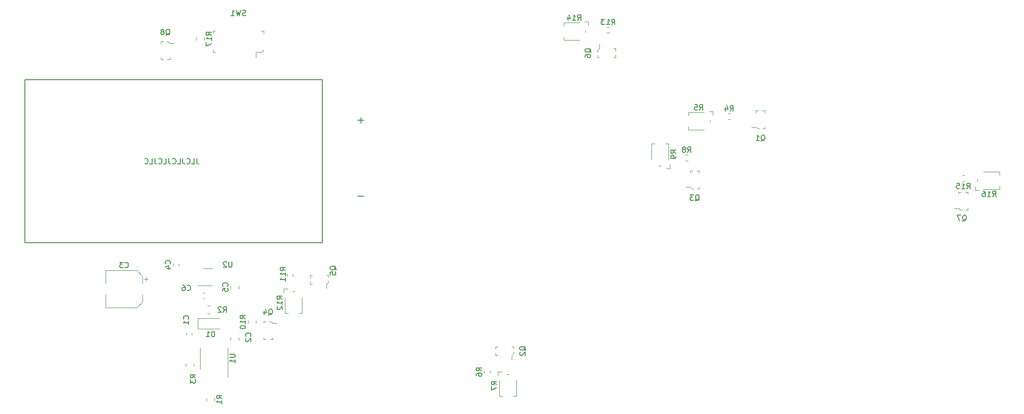
<source format=gbr>
%TF.GenerationSoftware,KiCad,Pcbnew,7.0.6-0*%
%TF.CreationDate,2023-08-23T00:03:35+02:00*%
%TF.ProjectId,tannenbaum,74616e6e-656e-4626-9175-6d2e6b696361,2.0*%
%TF.SameCoordinates,Original*%
%TF.FileFunction,Legend,Bot*%
%TF.FilePolarity,Positive*%
%FSLAX46Y46*%
G04 Gerber Fmt 4.6, Leading zero omitted, Abs format (unit mm)*
G04 Created by KiCad (PCBNEW 7.0.6-0) date 2023-08-23 00:03:35*
%MOMM*%
%LPD*%
G01*
G04 APERTURE LIST*
%ADD10C,0.150000*%
%ADD11C,0.120000*%
%ADD12C,0.127000*%
%ADD13C,0.100000*%
G04 APERTURE END LIST*
D10*
X67957506Y-92849819D02*
X67957506Y-93564104D01*
X67957506Y-93564104D02*
X68005125Y-93706961D01*
X68005125Y-93706961D02*
X68100363Y-93802200D01*
X68100363Y-93802200D02*
X68243220Y-93849819D01*
X68243220Y-93849819D02*
X68338458Y-93849819D01*
X67005125Y-93849819D02*
X67481315Y-93849819D01*
X67481315Y-93849819D02*
X67481315Y-92849819D01*
X66100363Y-93754580D02*
X66147982Y-93802200D01*
X66147982Y-93802200D02*
X66290839Y-93849819D01*
X66290839Y-93849819D02*
X66386077Y-93849819D01*
X66386077Y-93849819D02*
X66528934Y-93802200D01*
X66528934Y-93802200D02*
X66624172Y-93706961D01*
X66624172Y-93706961D02*
X66671791Y-93611723D01*
X66671791Y-93611723D02*
X66719410Y-93421247D01*
X66719410Y-93421247D02*
X66719410Y-93278390D01*
X66719410Y-93278390D02*
X66671791Y-93087914D01*
X66671791Y-93087914D02*
X66624172Y-92992676D01*
X66624172Y-92992676D02*
X66528934Y-92897438D01*
X66528934Y-92897438D02*
X66386077Y-92849819D01*
X66386077Y-92849819D02*
X66290839Y-92849819D01*
X66290839Y-92849819D02*
X66147982Y-92897438D01*
X66147982Y-92897438D02*
X66100363Y-92945057D01*
X65386077Y-92849819D02*
X65386077Y-93564104D01*
X65386077Y-93564104D02*
X65433696Y-93706961D01*
X65433696Y-93706961D02*
X65528934Y-93802200D01*
X65528934Y-93802200D02*
X65671791Y-93849819D01*
X65671791Y-93849819D02*
X65767029Y-93849819D01*
X64433696Y-93849819D02*
X64909886Y-93849819D01*
X64909886Y-93849819D02*
X64909886Y-92849819D01*
X63528934Y-93754580D02*
X63576553Y-93802200D01*
X63576553Y-93802200D02*
X63719410Y-93849819D01*
X63719410Y-93849819D02*
X63814648Y-93849819D01*
X63814648Y-93849819D02*
X63957505Y-93802200D01*
X63957505Y-93802200D02*
X64052743Y-93706961D01*
X64052743Y-93706961D02*
X64100362Y-93611723D01*
X64100362Y-93611723D02*
X64147981Y-93421247D01*
X64147981Y-93421247D02*
X64147981Y-93278390D01*
X64147981Y-93278390D02*
X64100362Y-93087914D01*
X64100362Y-93087914D02*
X64052743Y-92992676D01*
X64052743Y-92992676D02*
X63957505Y-92897438D01*
X63957505Y-92897438D02*
X63814648Y-92849819D01*
X63814648Y-92849819D02*
X63719410Y-92849819D01*
X63719410Y-92849819D02*
X63576553Y-92897438D01*
X63576553Y-92897438D02*
X63528934Y-92945057D01*
X62814648Y-92849819D02*
X62814648Y-93564104D01*
X62814648Y-93564104D02*
X62862267Y-93706961D01*
X62862267Y-93706961D02*
X62957505Y-93802200D01*
X62957505Y-93802200D02*
X63100362Y-93849819D01*
X63100362Y-93849819D02*
X63195600Y-93849819D01*
X61862267Y-93849819D02*
X62338457Y-93849819D01*
X62338457Y-93849819D02*
X62338457Y-92849819D01*
X60957505Y-93754580D02*
X61005124Y-93802200D01*
X61005124Y-93802200D02*
X61147981Y-93849819D01*
X61147981Y-93849819D02*
X61243219Y-93849819D01*
X61243219Y-93849819D02*
X61386076Y-93802200D01*
X61386076Y-93802200D02*
X61481314Y-93706961D01*
X61481314Y-93706961D02*
X61528933Y-93611723D01*
X61528933Y-93611723D02*
X61576552Y-93421247D01*
X61576552Y-93421247D02*
X61576552Y-93278390D01*
X61576552Y-93278390D02*
X61528933Y-93087914D01*
X61528933Y-93087914D02*
X61481314Y-92992676D01*
X61481314Y-92992676D02*
X61386076Y-92897438D01*
X61386076Y-92897438D02*
X61243219Y-92849819D01*
X61243219Y-92849819D02*
X61147981Y-92849819D01*
X61147981Y-92849819D02*
X61005124Y-92897438D01*
X61005124Y-92897438D02*
X60957505Y-92945057D01*
X60243219Y-92849819D02*
X60243219Y-93564104D01*
X60243219Y-93564104D02*
X60290838Y-93706961D01*
X60290838Y-93706961D02*
X60386076Y-93802200D01*
X60386076Y-93802200D02*
X60528933Y-93849819D01*
X60528933Y-93849819D02*
X60624171Y-93849819D01*
X59290838Y-93849819D02*
X59767028Y-93849819D01*
X59767028Y-93849819D02*
X59767028Y-92849819D01*
X58386076Y-93754580D02*
X58433695Y-93802200D01*
X58433695Y-93802200D02*
X58576552Y-93849819D01*
X58576552Y-93849819D02*
X58671790Y-93849819D01*
X58671790Y-93849819D02*
X58814647Y-93802200D01*
X58814647Y-93802200D02*
X58909885Y-93706961D01*
X58909885Y-93706961D02*
X58957504Y-93611723D01*
X58957504Y-93611723D02*
X59005123Y-93421247D01*
X59005123Y-93421247D02*
X59005123Y-93278390D01*
X59005123Y-93278390D02*
X58957504Y-93087914D01*
X58957504Y-93087914D02*
X58909885Y-92992676D01*
X58909885Y-92992676D02*
X58814647Y-92897438D01*
X58814647Y-92897438D02*
X58671790Y-92849819D01*
X58671790Y-92849819D02*
X58576552Y-92849819D01*
X58576552Y-92849819D02*
X58433695Y-92897438D01*
X58433695Y-92897438D02*
X58386076Y-92945057D01*
X66206666Y-117039580D02*
X66254285Y-117087200D01*
X66254285Y-117087200D02*
X66397142Y-117134819D01*
X66397142Y-117134819D02*
X66492380Y-117134819D01*
X66492380Y-117134819D02*
X66635237Y-117087200D01*
X66635237Y-117087200D02*
X66730475Y-116991961D01*
X66730475Y-116991961D02*
X66778094Y-116896723D01*
X66778094Y-116896723D02*
X66825713Y-116706247D01*
X66825713Y-116706247D02*
X66825713Y-116563390D01*
X66825713Y-116563390D02*
X66778094Y-116372914D01*
X66778094Y-116372914D02*
X66730475Y-116277676D01*
X66730475Y-116277676D02*
X66635237Y-116182438D01*
X66635237Y-116182438D02*
X66492380Y-116134819D01*
X66492380Y-116134819D02*
X66397142Y-116134819D01*
X66397142Y-116134819D02*
X66254285Y-116182438D01*
X66254285Y-116182438D02*
X66206666Y-116230057D01*
X65349523Y-116134819D02*
X65539999Y-116134819D01*
X65539999Y-116134819D02*
X65635237Y-116182438D01*
X65635237Y-116182438D02*
X65682856Y-116230057D01*
X65682856Y-116230057D02*
X65778094Y-116372914D01*
X65778094Y-116372914D02*
X65825713Y-116563390D01*
X65825713Y-116563390D02*
X65825713Y-116944342D01*
X65825713Y-116944342D02*
X65778094Y-117039580D01*
X65778094Y-117039580D02*
X65730475Y-117087200D01*
X65730475Y-117087200D02*
X65635237Y-117134819D01*
X65635237Y-117134819D02*
X65444761Y-117134819D01*
X65444761Y-117134819D02*
X65349523Y-117087200D01*
X65349523Y-117087200D02*
X65301904Y-117039580D01*
X65301904Y-117039580D02*
X65254285Y-116944342D01*
X65254285Y-116944342D02*
X65254285Y-116706247D01*
X65254285Y-116706247D02*
X65301904Y-116611009D01*
X65301904Y-116611009D02*
X65349523Y-116563390D01*
X65349523Y-116563390D02*
X65444761Y-116515771D01*
X65444761Y-116515771D02*
X65635237Y-116515771D01*
X65635237Y-116515771D02*
X65730475Y-116563390D01*
X65730475Y-116563390D02*
X65778094Y-116611009D01*
X65778094Y-116611009D02*
X65825713Y-116706247D01*
X63064580Y-112228333D02*
X63112200Y-112180714D01*
X63112200Y-112180714D02*
X63159819Y-112037857D01*
X63159819Y-112037857D02*
X63159819Y-111942619D01*
X63159819Y-111942619D02*
X63112200Y-111799762D01*
X63112200Y-111799762D02*
X63016961Y-111704524D01*
X63016961Y-111704524D02*
X62921723Y-111656905D01*
X62921723Y-111656905D02*
X62731247Y-111609286D01*
X62731247Y-111609286D02*
X62588390Y-111609286D01*
X62588390Y-111609286D02*
X62397914Y-111656905D01*
X62397914Y-111656905D02*
X62302676Y-111704524D01*
X62302676Y-111704524D02*
X62207438Y-111799762D01*
X62207438Y-111799762D02*
X62159819Y-111942619D01*
X62159819Y-111942619D02*
X62159819Y-112037857D01*
X62159819Y-112037857D02*
X62207438Y-112180714D01*
X62207438Y-112180714D02*
X62255057Y-112228333D01*
X62493152Y-113085476D02*
X63159819Y-113085476D01*
X62112200Y-112847381D02*
X62826485Y-112609286D01*
X62826485Y-112609286D02*
X62826485Y-113228333D01*
X97564167Y-85831533D02*
X98630834Y-85831533D01*
X98097500Y-86364866D02*
X98097500Y-85298200D01*
X97564167Y-99801533D02*
X98630834Y-99801533D01*
X76938332Y-66537200D02*
X76795475Y-66584819D01*
X76795475Y-66584819D02*
X76557380Y-66584819D01*
X76557380Y-66584819D02*
X76462142Y-66537200D01*
X76462142Y-66537200D02*
X76414523Y-66489580D01*
X76414523Y-66489580D02*
X76366904Y-66394342D01*
X76366904Y-66394342D02*
X76366904Y-66299104D01*
X76366904Y-66299104D02*
X76414523Y-66203866D01*
X76414523Y-66203866D02*
X76462142Y-66156247D01*
X76462142Y-66156247D02*
X76557380Y-66108628D01*
X76557380Y-66108628D02*
X76747856Y-66061009D01*
X76747856Y-66061009D02*
X76843094Y-66013390D01*
X76843094Y-66013390D02*
X76890713Y-65965771D01*
X76890713Y-65965771D02*
X76938332Y-65870533D01*
X76938332Y-65870533D02*
X76938332Y-65775295D01*
X76938332Y-65775295D02*
X76890713Y-65680057D01*
X76890713Y-65680057D02*
X76843094Y-65632438D01*
X76843094Y-65632438D02*
X76747856Y-65584819D01*
X76747856Y-65584819D02*
X76509761Y-65584819D01*
X76509761Y-65584819D02*
X76366904Y-65632438D01*
X76033570Y-65584819D02*
X75795475Y-66584819D01*
X75795475Y-66584819D02*
X75604999Y-65870533D01*
X75604999Y-65870533D02*
X75414523Y-66584819D01*
X75414523Y-66584819D02*
X75176428Y-65584819D01*
X74271666Y-66584819D02*
X74843094Y-66584819D01*
X74557380Y-66584819D02*
X74557380Y-65584819D01*
X74557380Y-65584819D02*
X74652618Y-65727676D01*
X74652618Y-65727676D02*
X74747856Y-65822914D01*
X74747856Y-65822914D02*
X74843094Y-65870533D01*
X81130238Y-121635057D02*
X81225476Y-121587438D01*
X81225476Y-121587438D02*
X81320714Y-121492200D01*
X81320714Y-121492200D02*
X81463571Y-121349342D01*
X81463571Y-121349342D02*
X81558809Y-121301723D01*
X81558809Y-121301723D02*
X81654047Y-121301723D01*
X81606428Y-121539819D02*
X81701666Y-121492200D01*
X81701666Y-121492200D02*
X81796904Y-121396961D01*
X81796904Y-121396961D02*
X81844523Y-121206485D01*
X81844523Y-121206485D02*
X81844523Y-120873152D01*
X81844523Y-120873152D02*
X81796904Y-120682676D01*
X81796904Y-120682676D02*
X81701666Y-120587438D01*
X81701666Y-120587438D02*
X81606428Y-120539819D01*
X81606428Y-120539819D02*
X81415952Y-120539819D01*
X81415952Y-120539819D02*
X81320714Y-120587438D01*
X81320714Y-120587438D02*
X81225476Y-120682676D01*
X81225476Y-120682676D02*
X81177857Y-120873152D01*
X81177857Y-120873152D02*
X81177857Y-121206485D01*
X81177857Y-121206485D02*
X81225476Y-121396961D01*
X81225476Y-121396961D02*
X81320714Y-121492200D01*
X81320714Y-121492200D02*
X81415952Y-121539819D01*
X81415952Y-121539819D02*
X81606428Y-121539819D01*
X80320714Y-120873152D02*
X80320714Y-121539819D01*
X80558809Y-120492200D02*
X80796904Y-121206485D01*
X80796904Y-121206485D02*
X80177857Y-121206485D01*
X214107857Y-99839819D02*
X214441190Y-99363628D01*
X214679285Y-99839819D02*
X214679285Y-98839819D01*
X214679285Y-98839819D02*
X214298333Y-98839819D01*
X214298333Y-98839819D02*
X214203095Y-98887438D01*
X214203095Y-98887438D02*
X214155476Y-98935057D01*
X214155476Y-98935057D02*
X214107857Y-99030295D01*
X214107857Y-99030295D02*
X214107857Y-99173152D01*
X214107857Y-99173152D02*
X214155476Y-99268390D01*
X214155476Y-99268390D02*
X214203095Y-99316009D01*
X214203095Y-99316009D02*
X214298333Y-99363628D01*
X214298333Y-99363628D02*
X214679285Y-99363628D01*
X213155476Y-99839819D02*
X213726904Y-99839819D01*
X213441190Y-99839819D02*
X213441190Y-98839819D01*
X213441190Y-98839819D02*
X213536428Y-98982676D01*
X213536428Y-98982676D02*
X213631666Y-99077914D01*
X213631666Y-99077914D02*
X213726904Y-99125533D01*
X212298333Y-98839819D02*
X212488809Y-98839819D01*
X212488809Y-98839819D02*
X212584047Y-98887438D01*
X212584047Y-98887438D02*
X212631666Y-98935057D01*
X212631666Y-98935057D02*
X212726904Y-99077914D01*
X212726904Y-99077914D02*
X212774523Y-99268390D01*
X212774523Y-99268390D02*
X212774523Y-99649342D01*
X212774523Y-99649342D02*
X212726904Y-99744580D01*
X212726904Y-99744580D02*
X212679285Y-99792200D01*
X212679285Y-99792200D02*
X212584047Y-99839819D01*
X212584047Y-99839819D02*
X212393571Y-99839819D01*
X212393571Y-99839819D02*
X212298333Y-99792200D01*
X212298333Y-99792200D02*
X212250714Y-99744580D01*
X212250714Y-99744580D02*
X212203095Y-99649342D01*
X212203095Y-99649342D02*
X212203095Y-99411247D01*
X212203095Y-99411247D02*
X212250714Y-99316009D01*
X212250714Y-99316009D02*
X212298333Y-99268390D01*
X212298333Y-99268390D02*
X212393571Y-99220771D01*
X212393571Y-99220771D02*
X212584047Y-99220771D01*
X212584047Y-99220771D02*
X212679285Y-99268390D01*
X212679285Y-99268390D02*
X212726904Y-99316009D01*
X212726904Y-99316009D02*
X212774523Y-99411247D01*
X165901666Y-84114819D02*
X166234999Y-83638628D01*
X166473094Y-84114819D02*
X166473094Y-83114819D01*
X166473094Y-83114819D02*
X166092142Y-83114819D01*
X166092142Y-83114819D02*
X165996904Y-83162438D01*
X165996904Y-83162438D02*
X165949285Y-83210057D01*
X165949285Y-83210057D02*
X165901666Y-83305295D01*
X165901666Y-83305295D02*
X165901666Y-83448152D01*
X165901666Y-83448152D02*
X165949285Y-83543390D01*
X165949285Y-83543390D02*
X165996904Y-83591009D01*
X165996904Y-83591009D02*
X166092142Y-83638628D01*
X166092142Y-83638628D02*
X166473094Y-83638628D01*
X165044523Y-83448152D02*
X165044523Y-84114819D01*
X165282618Y-83067200D02*
X165520713Y-83781485D01*
X165520713Y-83781485D02*
X164901666Y-83781485D01*
X72589819Y-136993333D02*
X72113628Y-136660000D01*
X72589819Y-136421905D02*
X71589819Y-136421905D01*
X71589819Y-136421905D02*
X71589819Y-136802857D01*
X71589819Y-136802857D02*
X71637438Y-136898095D01*
X71637438Y-136898095D02*
X71685057Y-136945714D01*
X71685057Y-136945714D02*
X71780295Y-136993333D01*
X71780295Y-136993333D02*
X71923152Y-136993333D01*
X71923152Y-136993333D02*
X72018390Y-136945714D01*
X72018390Y-136945714D02*
X72066009Y-136898095D01*
X72066009Y-136898095D02*
X72113628Y-136802857D01*
X72113628Y-136802857D02*
X72113628Y-136421905D01*
X72589819Y-137945714D02*
X72589819Y-137374286D01*
X72589819Y-137660000D02*
X71589819Y-137660000D01*
X71589819Y-137660000D02*
X71732676Y-137564762D01*
X71732676Y-137564762D02*
X71827914Y-137469524D01*
X71827914Y-137469524D02*
X71875533Y-137374286D01*
X77829580Y-125563333D02*
X77877200Y-125515714D01*
X77877200Y-125515714D02*
X77924819Y-125372857D01*
X77924819Y-125372857D02*
X77924819Y-125277619D01*
X77924819Y-125277619D02*
X77877200Y-125134762D01*
X77877200Y-125134762D02*
X77781961Y-125039524D01*
X77781961Y-125039524D02*
X77686723Y-124991905D01*
X77686723Y-124991905D02*
X77496247Y-124944286D01*
X77496247Y-124944286D02*
X77353390Y-124944286D01*
X77353390Y-124944286D02*
X77162914Y-124991905D01*
X77162914Y-124991905D02*
X77067676Y-125039524D01*
X77067676Y-125039524D02*
X76972438Y-125134762D01*
X76972438Y-125134762D02*
X76924819Y-125277619D01*
X76924819Y-125277619D02*
X76924819Y-125372857D01*
X76924819Y-125372857D02*
X76972438Y-125515714D01*
X76972438Y-125515714D02*
X77020057Y-125563333D01*
X77020057Y-125944286D02*
X76972438Y-125991905D01*
X76972438Y-125991905D02*
X76924819Y-126087143D01*
X76924819Y-126087143D02*
X76924819Y-126325238D01*
X76924819Y-126325238D02*
X76972438Y-126420476D01*
X76972438Y-126420476D02*
X77020057Y-126468095D01*
X77020057Y-126468095D02*
X77115295Y-126515714D01*
X77115295Y-126515714D02*
X77210533Y-126515714D01*
X77210533Y-126515714D02*
X77353390Y-126468095D01*
X77353390Y-126468095D02*
X77924819Y-125896667D01*
X77924819Y-125896667D02*
X77924819Y-126515714D01*
X137907857Y-67439819D02*
X138241190Y-66963628D01*
X138479285Y-67439819D02*
X138479285Y-66439819D01*
X138479285Y-66439819D02*
X138098333Y-66439819D01*
X138098333Y-66439819D02*
X138003095Y-66487438D01*
X138003095Y-66487438D02*
X137955476Y-66535057D01*
X137955476Y-66535057D02*
X137907857Y-66630295D01*
X137907857Y-66630295D02*
X137907857Y-66773152D01*
X137907857Y-66773152D02*
X137955476Y-66868390D01*
X137955476Y-66868390D02*
X138003095Y-66916009D01*
X138003095Y-66916009D02*
X138098333Y-66963628D01*
X138098333Y-66963628D02*
X138479285Y-66963628D01*
X136955476Y-67439819D02*
X137526904Y-67439819D01*
X137241190Y-67439819D02*
X137241190Y-66439819D01*
X137241190Y-66439819D02*
X137336428Y-66582676D01*
X137336428Y-66582676D02*
X137431666Y-66677914D01*
X137431666Y-66677914D02*
X137526904Y-66725533D01*
X136098333Y-66773152D02*
X136098333Y-67439819D01*
X136336428Y-66392200D02*
X136574523Y-67106485D01*
X136574523Y-67106485D02*
X135955476Y-67106485D01*
X70684819Y-70199642D02*
X70208628Y-69866309D01*
X70684819Y-69628214D02*
X69684819Y-69628214D01*
X69684819Y-69628214D02*
X69684819Y-70009166D01*
X69684819Y-70009166D02*
X69732438Y-70104404D01*
X69732438Y-70104404D02*
X69780057Y-70152023D01*
X69780057Y-70152023D02*
X69875295Y-70199642D01*
X69875295Y-70199642D02*
X70018152Y-70199642D01*
X70018152Y-70199642D02*
X70113390Y-70152023D01*
X70113390Y-70152023D02*
X70161009Y-70104404D01*
X70161009Y-70104404D02*
X70208628Y-70009166D01*
X70208628Y-70009166D02*
X70208628Y-69628214D01*
X70684819Y-71152023D02*
X70684819Y-70580595D01*
X70684819Y-70866309D02*
X69684819Y-70866309D01*
X69684819Y-70866309D02*
X69827676Y-70771071D01*
X69827676Y-70771071D02*
X69922914Y-70675833D01*
X69922914Y-70675833D02*
X69970533Y-70580595D01*
X69684819Y-71485357D02*
X69684819Y-72152023D01*
X69684819Y-72152023D02*
X70684819Y-71723452D01*
X73974819Y-128843095D02*
X74784342Y-128843095D01*
X74784342Y-128843095D02*
X74879580Y-128890714D01*
X74879580Y-128890714D02*
X74927200Y-128938333D01*
X74927200Y-128938333D02*
X74974819Y-129033571D01*
X74974819Y-129033571D02*
X74974819Y-129224047D01*
X74974819Y-129224047D02*
X74927200Y-129319285D01*
X74927200Y-129319285D02*
X74879580Y-129366904D01*
X74879580Y-129366904D02*
X74784342Y-129414523D01*
X74784342Y-129414523D02*
X73974819Y-129414523D01*
X74974819Y-130414523D02*
X74974819Y-129843095D01*
X74974819Y-130128809D02*
X73974819Y-130128809D01*
X73974819Y-130128809D02*
X74117676Y-130033571D01*
X74117676Y-130033571D02*
X74212914Y-129938333D01*
X74212914Y-129938333D02*
X74260533Y-129843095D01*
X67764819Y-133183333D02*
X67288628Y-132850000D01*
X67764819Y-132611905D02*
X66764819Y-132611905D01*
X66764819Y-132611905D02*
X66764819Y-132992857D01*
X66764819Y-132992857D02*
X66812438Y-133088095D01*
X66812438Y-133088095D02*
X66860057Y-133135714D01*
X66860057Y-133135714D02*
X66955295Y-133183333D01*
X66955295Y-133183333D02*
X67098152Y-133183333D01*
X67098152Y-133183333D02*
X67193390Y-133135714D01*
X67193390Y-133135714D02*
X67241009Y-133088095D01*
X67241009Y-133088095D02*
X67288628Y-132992857D01*
X67288628Y-132992857D02*
X67288628Y-132611905D01*
X66764819Y-133516667D02*
X66764819Y-134135714D01*
X66764819Y-134135714D02*
X67145771Y-133802381D01*
X67145771Y-133802381D02*
X67145771Y-133945238D01*
X67145771Y-133945238D02*
X67193390Y-134040476D01*
X67193390Y-134040476D02*
X67241009Y-134088095D01*
X67241009Y-134088095D02*
X67336247Y-134135714D01*
X67336247Y-134135714D02*
X67574342Y-134135714D01*
X67574342Y-134135714D02*
X67669580Y-134088095D01*
X67669580Y-134088095D02*
X67717200Y-134040476D01*
X67717200Y-134040476D02*
X67764819Y-133945238D01*
X67764819Y-133945238D02*
X67764819Y-133659524D01*
X67764819Y-133659524D02*
X67717200Y-133564286D01*
X67717200Y-133564286D02*
X67669580Y-133516667D01*
X74421904Y-111849819D02*
X74421904Y-112659342D01*
X74421904Y-112659342D02*
X74374285Y-112754580D01*
X74374285Y-112754580D02*
X74326666Y-112802200D01*
X74326666Y-112802200D02*
X74231428Y-112849819D01*
X74231428Y-112849819D02*
X74040952Y-112849819D01*
X74040952Y-112849819D02*
X73945714Y-112802200D01*
X73945714Y-112802200D02*
X73898095Y-112754580D01*
X73898095Y-112754580D02*
X73850476Y-112659342D01*
X73850476Y-112659342D02*
X73850476Y-111849819D01*
X73421904Y-111945057D02*
X73374285Y-111897438D01*
X73374285Y-111897438D02*
X73279047Y-111849819D01*
X73279047Y-111849819D02*
X73040952Y-111849819D01*
X73040952Y-111849819D02*
X72945714Y-111897438D01*
X72945714Y-111897438D02*
X72898095Y-111945057D01*
X72898095Y-111945057D02*
X72850476Y-112040295D01*
X72850476Y-112040295D02*
X72850476Y-112135533D01*
X72850476Y-112135533D02*
X72898095Y-112278390D01*
X72898095Y-112278390D02*
X73469523Y-112849819D01*
X73469523Y-112849819D02*
X72850476Y-112849819D01*
X158091666Y-91734819D02*
X158424999Y-91258628D01*
X158663094Y-91734819D02*
X158663094Y-90734819D01*
X158663094Y-90734819D02*
X158282142Y-90734819D01*
X158282142Y-90734819D02*
X158186904Y-90782438D01*
X158186904Y-90782438D02*
X158139285Y-90830057D01*
X158139285Y-90830057D02*
X158091666Y-90925295D01*
X158091666Y-90925295D02*
X158091666Y-91068152D01*
X158091666Y-91068152D02*
X158139285Y-91163390D01*
X158139285Y-91163390D02*
X158186904Y-91211009D01*
X158186904Y-91211009D02*
X158282142Y-91258628D01*
X158282142Y-91258628D02*
X158663094Y-91258628D01*
X157520237Y-91163390D02*
X157615475Y-91115771D01*
X157615475Y-91115771D02*
X157663094Y-91068152D01*
X157663094Y-91068152D02*
X157710713Y-90972914D01*
X157710713Y-90972914D02*
X157710713Y-90925295D01*
X157710713Y-90925295D02*
X157663094Y-90830057D01*
X157663094Y-90830057D02*
X157615475Y-90782438D01*
X157615475Y-90782438D02*
X157520237Y-90734819D01*
X157520237Y-90734819D02*
X157329761Y-90734819D01*
X157329761Y-90734819D02*
X157234523Y-90782438D01*
X157234523Y-90782438D02*
X157186904Y-90830057D01*
X157186904Y-90830057D02*
X157139285Y-90925295D01*
X157139285Y-90925295D02*
X157139285Y-90972914D01*
X157139285Y-90972914D02*
X157186904Y-91068152D01*
X157186904Y-91068152D02*
X157234523Y-91115771D01*
X157234523Y-91115771D02*
X157329761Y-91163390D01*
X157329761Y-91163390D02*
X157520237Y-91163390D01*
X157520237Y-91163390D02*
X157615475Y-91211009D01*
X157615475Y-91211009D02*
X157663094Y-91258628D01*
X157663094Y-91258628D02*
X157710713Y-91353866D01*
X157710713Y-91353866D02*
X157710713Y-91544342D01*
X157710713Y-91544342D02*
X157663094Y-91639580D01*
X157663094Y-91639580D02*
X157615475Y-91687200D01*
X157615475Y-91687200D02*
X157520237Y-91734819D01*
X157520237Y-91734819D02*
X157329761Y-91734819D01*
X157329761Y-91734819D02*
X157234523Y-91687200D01*
X157234523Y-91687200D02*
X157186904Y-91639580D01*
X157186904Y-91639580D02*
X157139285Y-91544342D01*
X157139285Y-91544342D02*
X157139285Y-91353866D01*
X157139285Y-91353866D02*
X157186904Y-91258628D01*
X157186904Y-91258628D02*
X157234523Y-91211009D01*
X157234523Y-91211009D02*
X157329761Y-91163390D01*
X123049819Y-134453333D02*
X122573628Y-134120000D01*
X123049819Y-133881905D02*
X122049819Y-133881905D01*
X122049819Y-133881905D02*
X122049819Y-134262857D01*
X122049819Y-134262857D02*
X122097438Y-134358095D01*
X122097438Y-134358095D02*
X122145057Y-134405714D01*
X122145057Y-134405714D02*
X122240295Y-134453333D01*
X122240295Y-134453333D02*
X122383152Y-134453333D01*
X122383152Y-134453333D02*
X122478390Y-134405714D01*
X122478390Y-134405714D02*
X122526009Y-134358095D01*
X122526009Y-134358095D02*
X122573628Y-134262857D01*
X122573628Y-134262857D02*
X122573628Y-133881905D01*
X122049819Y-134786667D02*
X122049819Y-135453333D01*
X122049819Y-135453333D02*
X123049819Y-135024762D01*
X208570238Y-104375057D02*
X208665476Y-104327438D01*
X208665476Y-104327438D02*
X208760714Y-104232200D01*
X208760714Y-104232200D02*
X208903571Y-104089342D01*
X208903571Y-104089342D02*
X208998809Y-104041723D01*
X208998809Y-104041723D02*
X209094047Y-104041723D01*
X209046428Y-104279819D02*
X209141666Y-104232200D01*
X209141666Y-104232200D02*
X209236904Y-104136961D01*
X209236904Y-104136961D02*
X209284523Y-103946485D01*
X209284523Y-103946485D02*
X209284523Y-103613152D01*
X209284523Y-103613152D02*
X209236904Y-103422676D01*
X209236904Y-103422676D02*
X209141666Y-103327438D01*
X209141666Y-103327438D02*
X209046428Y-103279819D01*
X209046428Y-103279819D02*
X208855952Y-103279819D01*
X208855952Y-103279819D02*
X208760714Y-103327438D01*
X208760714Y-103327438D02*
X208665476Y-103422676D01*
X208665476Y-103422676D02*
X208617857Y-103613152D01*
X208617857Y-103613152D02*
X208617857Y-103946485D01*
X208617857Y-103946485D02*
X208665476Y-104136961D01*
X208665476Y-104136961D02*
X208760714Y-104232200D01*
X208760714Y-104232200D02*
X208855952Y-104279819D01*
X208855952Y-104279819D02*
X209046428Y-104279819D01*
X208284523Y-103279819D02*
X207617857Y-103279819D01*
X207617857Y-103279819D02*
X208046428Y-104279819D01*
X54776666Y-112849580D02*
X54824285Y-112897200D01*
X54824285Y-112897200D02*
X54967142Y-112944819D01*
X54967142Y-112944819D02*
X55062380Y-112944819D01*
X55062380Y-112944819D02*
X55205237Y-112897200D01*
X55205237Y-112897200D02*
X55300475Y-112801961D01*
X55300475Y-112801961D02*
X55348094Y-112706723D01*
X55348094Y-112706723D02*
X55395713Y-112516247D01*
X55395713Y-112516247D02*
X55395713Y-112373390D01*
X55395713Y-112373390D02*
X55348094Y-112182914D01*
X55348094Y-112182914D02*
X55300475Y-112087676D01*
X55300475Y-112087676D02*
X55205237Y-111992438D01*
X55205237Y-111992438D02*
X55062380Y-111944819D01*
X55062380Y-111944819D02*
X54967142Y-111944819D01*
X54967142Y-111944819D02*
X54824285Y-111992438D01*
X54824285Y-111992438D02*
X54776666Y-112040057D01*
X54443332Y-111944819D02*
X53824285Y-111944819D01*
X53824285Y-111944819D02*
X54157618Y-112325771D01*
X54157618Y-112325771D02*
X54014761Y-112325771D01*
X54014761Y-112325771D02*
X53919523Y-112373390D01*
X53919523Y-112373390D02*
X53871904Y-112421009D01*
X53871904Y-112421009D02*
X53824285Y-112516247D01*
X53824285Y-112516247D02*
X53824285Y-112754342D01*
X53824285Y-112754342D02*
X53871904Y-112849580D01*
X53871904Y-112849580D02*
X53919523Y-112897200D01*
X53919523Y-112897200D02*
X54014761Y-112944819D01*
X54014761Y-112944819D02*
X54300475Y-112944819D01*
X54300475Y-112944819D02*
X54395713Y-112897200D01*
X54395713Y-112897200D02*
X54443332Y-112849580D01*
X93580057Y-113374761D02*
X93532438Y-113279523D01*
X93532438Y-113279523D02*
X93437200Y-113184285D01*
X93437200Y-113184285D02*
X93294342Y-113041428D01*
X93294342Y-113041428D02*
X93246723Y-112946190D01*
X93246723Y-112946190D02*
X93246723Y-112850952D01*
X93484819Y-112898571D02*
X93437200Y-112803333D01*
X93437200Y-112803333D02*
X93341961Y-112708095D01*
X93341961Y-112708095D02*
X93151485Y-112660476D01*
X93151485Y-112660476D02*
X92818152Y-112660476D01*
X92818152Y-112660476D02*
X92627676Y-112708095D01*
X92627676Y-112708095D02*
X92532438Y-112803333D01*
X92532438Y-112803333D02*
X92484819Y-112898571D01*
X92484819Y-112898571D02*
X92484819Y-113089047D01*
X92484819Y-113089047D02*
X92532438Y-113184285D01*
X92532438Y-113184285D02*
X92627676Y-113279523D01*
X92627676Y-113279523D02*
X92818152Y-113327142D01*
X92818152Y-113327142D02*
X93151485Y-113327142D01*
X93151485Y-113327142D02*
X93341961Y-113279523D01*
X93341961Y-113279523D02*
X93437200Y-113184285D01*
X93437200Y-113184285D02*
X93484819Y-113089047D01*
X93484819Y-113089047D02*
X93484819Y-112898571D01*
X92484819Y-114231904D02*
X92484819Y-113755714D01*
X92484819Y-113755714D02*
X92961009Y-113708095D01*
X92961009Y-113708095D02*
X92913390Y-113755714D01*
X92913390Y-113755714D02*
X92865771Y-113850952D01*
X92865771Y-113850952D02*
X92865771Y-114089047D01*
X92865771Y-114089047D02*
X92913390Y-114184285D01*
X92913390Y-114184285D02*
X92961009Y-114231904D01*
X92961009Y-114231904D02*
X93056247Y-114279523D01*
X93056247Y-114279523D02*
X93294342Y-114279523D01*
X93294342Y-114279523D02*
X93389580Y-114231904D01*
X93389580Y-114231904D02*
X93437200Y-114184285D01*
X93437200Y-114184285D02*
X93484819Y-114089047D01*
X93484819Y-114089047D02*
X93484819Y-113850952D01*
X93484819Y-113850952D02*
X93437200Y-113755714D01*
X93437200Y-113755714D02*
X93389580Y-113708095D01*
X159505238Y-100665057D02*
X159600476Y-100617438D01*
X159600476Y-100617438D02*
X159695714Y-100522200D01*
X159695714Y-100522200D02*
X159838571Y-100379342D01*
X159838571Y-100379342D02*
X159933809Y-100331723D01*
X159933809Y-100331723D02*
X160029047Y-100331723D01*
X159981428Y-100569819D02*
X160076666Y-100522200D01*
X160076666Y-100522200D02*
X160171904Y-100426961D01*
X160171904Y-100426961D02*
X160219523Y-100236485D01*
X160219523Y-100236485D02*
X160219523Y-99903152D01*
X160219523Y-99903152D02*
X160171904Y-99712676D01*
X160171904Y-99712676D02*
X160076666Y-99617438D01*
X160076666Y-99617438D02*
X159981428Y-99569819D01*
X159981428Y-99569819D02*
X159790952Y-99569819D01*
X159790952Y-99569819D02*
X159695714Y-99617438D01*
X159695714Y-99617438D02*
X159600476Y-99712676D01*
X159600476Y-99712676D02*
X159552857Y-99903152D01*
X159552857Y-99903152D02*
X159552857Y-100236485D01*
X159552857Y-100236485D02*
X159600476Y-100426961D01*
X159600476Y-100426961D02*
X159695714Y-100522200D01*
X159695714Y-100522200D02*
X159790952Y-100569819D01*
X159790952Y-100569819D02*
X159981428Y-100569819D01*
X159219523Y-99569819D02*
X158600476Y-99569819D01*
X158600476Y-99569819D02*
X158933809Y-99950771D01*
X158933809Y-99950771D02*
X158790952Y-99950771D01*
X158790952Y-99950771D02*
X158695714Y-99998390D01*
X158695714Y-99998390D02*
X158648095Y-100046009D01*
X158648095Y-100046009D02*
X158600476Y-100141247D01*
X158600476Y-100141247D02*
X158600476Y-100379342D01*
X158600476Y-100379342D02*
X158648095Y-100474580D01*
X158648095Y-100474580D02*
X158695714Y-100522200D01*
X158695714Y-100522200D02*
X158790952Y-100569819D01*
X158790952Y-100569819D02*
X159076666Y-100569819D01*
X159076666Y-100569819D02*
X159171904Y-100522200D01*
X159171904Y-100522200D02*
X159219523Y-100474580D01*
X76909819Y-122269642D02*
X76433628Y-121936309D01*
X76909819Y-121698214D02*
X75909819Y-121698214D01*
X75909819Y-121698214D02*
X75909819Y-122079166D01*
X75909819Y-122079166D02*
X75957438Y-122174404D01*
X75957438Y-122174404D02*
X76005057Y-122222023D01*
X76005057Y-122222023D02*
X76100295Y-122269642D01*
X76100295Y-122269642D02*
X76243152Y-122269642D01*
X76243152Y-122269642D02*
X76338390Y-122222023D01*
X76338390Y-122222023D02*
X76386009Y-122174404D01*
X76386009Y-122174404D02*
X76433628Y-122079166D01*
X76433628Y-122079166D02*
X76433628Y-121698214D01*
X76909819Y-123222023D02*
X76909819Y-122650595D01*
X76909819Y-122936309D02*
X75909819Y-122936309D01*
X75909819Y-122936309D02*
X76052676Y-122841071D01*
X76052676Y-122841071D02*
X76147914Y-122745833D01*
X76147914Y-122745833D02*
X76195533Y-122650595D01*
X75909819Y-123841071D02*
X75909819Y-123936309D01*
X75909819Y-123936309D02*
X75957438Y-124031547D01*
X75957438Y-124031547D02*
X76005057Y-124079166D01*
X76005057Y-124079166D02*
X76100295Y-124126785D01*
X76100295Y-124126785D02*
X76290771Y-124174404D01*
X76290771Y-124174404D02*
X76528866Y-124174404D01*
X76528866Y-124174404D02*
X76719342Y-124126785D01*
X76719342Y-124126785D02*
X76814580Y-124079166D01*
X76814580Y-124079166D02*
X76862200Y-124031547D01*
X76862200Y-124031547D02*
X76909819Y-123936309D01*
X76909819Y-123936309D02*
X76909819Y-123841071D01*
X76909819Y-123841071D02*
X76862200Y-123745833D01*
X76862200Y-123745833D02*
X76814580Y-123698214D01*
X76814580Y-123698214D02*
X76719342Y-123650595D01*
X76719342Y-123650595D02*
X76528866Y-123602976D01*
X76528866Y-123602976D02*
X76290771Y-123602976D01*
X76290771Y-123602976D02*
X76100295Y-123650595D01*
X76100295Y-123650595D02*
X76005057Y-123698214D01*
X76005057Y-123698214D02*
X75957438Y-123745833D01*
X75957438Y-123745833D02*
X75909819Y-123841071D01*
X72834166Y-121104819D02*
X73167499Y-120628628D01*
X73405594Y-121104819D02*
X73405594Y-120104819D01*
X73405594Y-120104819D02*
X73024642Y-120104819D01*
X73024642Y-120104819D02*
X72929404Y-120152438D01*
X72929404Y-120152438D02*
X72881785Y-120200057D01*
X72881785Y-120200057D02*
X72834166Y-120295295D01*
X72834166Y-120295295D02*
X72834166Y-120438152D01*
X72834166Y-120438152D02*
X72881785Y-120533390D01*
X72881785Y-120533390D02*
X72929404Y-120581009D01*
X72929404Y-120581009D02*
X73024642Y-120628628D01*
X73024642Y-120628628D02*
X73405594Y-120628628D01*
X72453213Y-120200057D02*
X72405594Y-120152438D01*
X72405594Y-120152438D02*
X72310356Y-120104819D01*
X72310356Y-120104819D02*
X72072261Y-120104819D01*
X72072261Y-120104819D02*
X71977023Y-120152438D01*
X71977023Y-120152438D02*
X71929404Y-120200057D01*
X71929404Y-120200057D02*
X71881785Y-120295295D01*
X71881785Y-120295295D02*
X71881785Y-120390533D01*
X71881785Y-120390533D02*
X71929404Y-120533390D01*
X71929404Y-120533390D02*
X72500832Y-121104819D01*
X72500832Y-121104819D02*
X71881785Y-121104819D01*
X155989819Y-91908333D02*
X155513628Y-91575000D01*
X155989819Y-91336905D02*
X154989819Y-91336905D01*
X154989819Y-91336905D02*
X154989819Y-91717857D01*
X154989819Y-91717857D02*
X155037438Y-91813095D01*
X155037438Y-91813095D02*
X155085057Y-91860714D01*
X155085057Y-91860714D02*
X155180295Y-91908333D01*
X155180295Y-91908333D02*
X155323152Y-91908333D01*
X155323152Y-91908333D02*
X155418390Y-91860714D01*
X155418390Y-91860714D02*
X155466009Y-91813095D01*
X155466009Y-91813095D02*
X155513628Y-91717857D01*
X155513628Y-91717857D02*
X155513628Y-91336905D01*
X155989819Y-92384524D02*
X155989819Y-92575000D01*
X155989819Y-92575000D02*
X155942200Y-92670238D01*
X155942200Y-92670238D02*
X155894580Y-92717857D01*
X155894580Y-92717857D02*
X155751723Y-92813095D01*
X155751723Y-92813095D02*
X155561247Y-92860714D01*
X155561247Y-92860714D02*
X155180295Y-92860714D01*
X155180295Y-92860714D02*
X155085057Y-92813095D01*
X155085057Y-92813095D02*
X155037438Y-92765476D01*
X155037438Y-92765476D02*
X154989819Y-92670238D01*
X154989819Y-92670238D02*
X154989819Y-92479762D01*
X154989819Y-92479762D02*
X155037438Y-92384524D01*
X155037438Y-92384524D02*
X155085057Y-92336905D01*
X155085057Y-92336905D02*
X155180295Y-92289286D01*
X155180295Y-92289286D02*
X155418390Y-92289286D01*
X155418390Y-92289286D02*
X155513628Y-92336905D01*
X155513628Y-92336905D02*
X155561247Y-92384524D01*
X155561247Y-92384524D02*
X155608866Y-92479762D01*
X155608866Y-92479762D02*
X155608866Y-92670238D01*
X155608866Y-92670238D02*
X155561247Y-92765476D01*
X155561247Y-92765476D02*
X155513628Y-92813095D01*
X155513628Y-92813095D02*
X155418390Y-92860714D01*
X171570238Y-89650057D02*
X171665476Y-89602438D01*
X171665476Y-89602438D02*
X171760714Y-89507200D01*
X171760714Y-89507200D02*
X171903571Y-89364342D01*
X171903571Y-89364342D02*
X171998809Y-89316723D01*
X171998809Y-89316723D02*
X172094047Y-89316723D01*
X172046428Y-89554819D02*
X172141666Y-89507200D01*
X172141666Y-89507200D02*
X172236904Y-89411961D01*
X172236904Y-89411961D02*
X172284523Y-89221485D01*
X172284523Y-89221485D02*
X172284523Y-88888152D01*
X172284523Y-88888152D02*
X172236904Y-88697676D01*
X172236904Y-88697676D02*
X172141666Y-88602438D01*
X172141666Y-88602438D02*
X172046428Y-88554819D01*
X172046428Y-88554819D02*
X171855952Y-88554819D01*
X171855952Y-88554819D02*
X171760714Y-88602438D01*
X171760714Y-88602438D02*
X171665476Y-88697676D01*
X171665476Y-88697676D02*
X171617857Y-88888152D01*
X171617857Y-88888152D02*
X171617857Y-89221485D01*
X171617857Y-89221485D02*
X171665476Y-89411961D01*
X171665476Y-89411961D02*
X171760714Y-89507200D01*
X171760714Y-89507200D02*
X171855952Y-89554819D01*
X171855952Y-89554819D02*
X172046428Y-89554819D01*
X170665476Y-89554819D02*
X171236904Y-89554819D01*
X170951190Y-89554819D02*
X170951190Y-88554819D01*
X170951190Y-88554819D02*
X171046428Y-88697676D01*
X171046428Y-88697676D02*
X171141666Y-88792914D01*
X171141666Y-88792914D02*
X171236904Y-88840533D01*
X128385057Y-128149761D02*
X128337438Y-128054523D01*
X128337438Y-128054523D02*
X128242200Y-127959285D01*
X128242200Y-127959285D02*
X128099342Y-127816428D01*
X128099342Y-127816428D02*
X128051723Y-127721190D01*
X128051723Y-127721190D02*
X128051723Y-127625952D01*
X128289819Y-127673571D02*
X128242200Y-127578333D01*
X128242200Y-127578333D02*
X128146961Y-127483095D01*
X128146961Y-127483095D02*
X127956485Y-127435476D01*
X127956485Y-127435476D02*
X127623152Y-127435476D01*
X127623152Y-127435476D02*
X127432676Y-127483095D01*
X127432676Y-127483095D02*
X127337438Y-127578333D01*
X127337438Y-127578333D02*
X127289819Y-127673571D01*
X127289819Y-127673571D02*
X127289819Y-127864047D01*
X127289819Y-127864047D02*
X127337438Y-127959285D01*
X127337438Y-127959285D02*
X127432676Y-128054523D01*
X127432676Y-128054523D02*
X127623152Y-128102142D01*
X127623152Y-128102142D02*
X127956485Y-128102142D01*
X127956485Y-128102142D02*
X128146961Y-128054523D01*
X128146961Y-128054523D02*
X128242200Y-127959285D01*
X128242200Y-127959285D02*
X128289819Y-127864047D01*
X128289819Y-127864047D02*
X128289819Y-127673571D01*
X127385057Y-128483095D02*
X127337438Y-128530714D01*
X127337438Y-128530714D02*
X127289819Y-128625952D01*
X127289819Y-128625952D02*
X127289819Y-128864047D01*
X127289819Y-128864047D02*
X127337438Y-128959285D01*
X127337438Y-128959285D02*
X127385057Y-129006904D01*
X127385057Y-129006904D02*
X127480295Y-129054523D01*
X127480295Y-129054523D02*
X127575533Y-129054523D01*
X127575533Y-129054523D02*
X127718390Y-129006904D01*
X127718390Y-129006904D02*
X128289819Y-128435476D01*
X128289819Y-128435476D02*
X128289819Y-129054523D01*
X160291666Y-83949819D02*
X160624999Y-83473628D01*
X160863094Y-83949819D02*
X160863094Y-82949819D01*
X160863094Y-82949819D02*
X160482142Y-82949819D01*
X160482142Y-82949819D02*
X160386904Y-82997438D01*
X160386904Y-82997438D02*
X160339285Y-83045057D01*
X160339285Y-83045057D02*
X160291666Y-83140295D01*
X160291666Y-83140295D02*
X160291666Y-83283152D01*
X160291666Y-83283152D02*
X160339285Y-83378390D01*
X160339285Y-83378390D02*
X160386904Y-83426009D01*
X160386904Y-83426009D02*
X160482142Y-83473628D01*
X160482142Y-83473628D02*
X160863094Y-83473628D01*
X159386904Y-82949819D02*
X159863094Y-82949819D01*
X159863094Y-82949819D02*
X159910713Y-83426009D01*
X159910713Y-83426009D02*
X159863094Y-83378390D01*
X159863094Y-83378390D02*
X159767856Y-83330771D01*
X159767856Y-83330771D02*
X159529761Y-83330771D01*
X159529761Y-83330771D02*
X159434523Y-83378390D01*
X159434523Y-83378390D02*
X159386904Y-83426009D01*
X159386904Y-83426009D02*
X159339285Y-83521247D01*
X159339285Y-83521247D02*
X159339285Y-83759342D01*
X159339285Y-83759342D02*
X159386904Y-83854580D01*
X159386904Y-83854580D02*
X159434523Y-83902200D01*
X159434523Y-83902200D02*
X159529761Y-83949819D01*
X159529761Y-83949819D02*
X159767856Y-83949819D01*
X159767856Y-83949819D02*
X159863094Y-83902200D01*
X159863094Y-83902200D02*
X159910713Y-83854580D01*
X144152857Y-68239819D02*
X144486190Y-67763628D01*
X144724285Y-68239819D02*
X144724285Y-67239819D01*
X144724285Y-67239819D02*
X144343333Y-67239819D01*
X144343333Y-67239819D02*
X144248095Y-67287438D01*
X144248095Y-67287438D02*
X144200476Y-67335057D01*
X144200476Y-67335057D02*
X144152857Y-67430295D01*
X144152857Y-67430295D02*
X144152857Y-67573152D01*
X144152857Y-67573152D02*
X144200476Y-67668390D01*
X144200476Y-67668390D02*
X144248095Y-67716009D01*
X144248095Y-67716009D02*
X144343333Y-67763628D01*
X144343333Y-67763628D02*
X144724285Y-67763628D01*
X143200476Y-68239819D02*
X143771904Y-68239819D01*
X143486190Y-68239819D02*
X143486190Y-67239819D01*
X143486190Y-67239819D02*
X143581428Y-67382676D01*
X143581428Y-67382676D02*
X143676666Y-67477914D01*
X143676666Y-67477914D02*
X143771904Y-67525533D01*
X142867142Y-67239819D02*
X142248095Y-67239819D01*
X142248095Y-67239819D02*
X142581428Y-67620771D01*
X142581428Y-67620771D02*
X142438571Y-67620771D01*
X142438571Y-67620771D02*
X142343333Y-67668390D01*
X142343333Y-67668390D02*
X142295714Y-67716009D01*
X142295714Y-67716009D02*
X142248095Y-67811247D01*
X142248095Y-67811247D02*
X142248095Y-68049342D01*
X142248095Y-68049342D02*
X142295714Y-68144580D01*
X142295714Y-68144580D02*
X142343333Y-68192200D01*
X142343333Y-68192200D02*
X142438571Y-68239819D01*
X142438571Y-68239819D02*
X142724285Y-68239819D01*
X142724285Y-68239819D02*
X142819523Y-68192200D01*
X142819523Y-68192200D02*
X142867142Y-68144580D01*
X209367857Y-98404819D02*
X209701190Y-97928628D01*
X209939285Y-98404819D02*
X209939285Y-97404819D01*
X209939285Y-97404819D02*
X209558333Y-97404819D01*
X209558333Y-97404819D02*
X209463095Y-97452438D01*
X209463095Y-97452438D02*
X209415476Y-97500057D01*
X209415476Y-97500057D02*
X209367857Y-97595295D01*
X209367857Y-97595295D02*
X209367857Y-97738152D01*
X209367857Y-97738152D02*
X209415476Y-97833390D01*
X209415476Y-97833390D02*
X209463095Y-97881009D01*
X209463095Y-97881009D02*
X209558333Y-97928628D01*
X209558333Y-97928628D02*
X209939285Y-97928628D01*
X208415476Y-98404819D02*
X208986904Y-98404819D01*
X208701190Y-98404819D02*
X208701190Y-97404819D01*
X208701190Y-97404819D02*
X208796428Y-97547676D01*
X208796428Y-97547676D02*
X208891666Y-97642914D01*
X208891666Y-97642914D02*
X208986904Y-97690533D01*
X207510714Y-97404819D02*
X207986904Y-97404819D01*
X207986904Y-97404819D02*
X208034523Y-97881009D01*
X208034523Y-97881009D02*
X207986904Y-97833390D01*
X207986904Y-97833390D02*
X207891666Y-97785771D01*
X207891666Y-97785771D02*
X207653571Y-97785771D01*
X207653571Y-97785771D02*
X207558333Y-97833390D01*
X207558333Y-97833390D02*
X207510714Y-97881009D01*
X207510714Y-97881009D02*
X207463095Y-97976247D01*
X207463095Y-97976247D02*
X207463095Y-98214342D01*
X207463095Y-98214342D02*
X207510714Y-98309580D01*
X207510714Y-98309580D02*
X207558333Y-98357200D01*
X207558333Y-98357200D02*
X207653571Y-98404819D01*
X207653571Y-98404819D02*
X207891666Y-98404819D01*
X207891666Y-98404819D02*
X207986904Y-98357200D01*
X207986904Y-98357200D02*
X208034523Y-98309580D01*
X83679819Y-118737142D02*
X83203628Y-118403809D01*
X83679819Y-118165714D02*
X82679819Y-118165714D01*
X82679819Y-118165714D02*
X82679819Y-118546666D01*
X82679819Y-118546666D02*
X82727438Y-118641904D01*
X82727438Y-118641904D02*
X82775057Y-118689523D01*
X82775057Y-118689523D02*
X82870295Y-118737142D01*
X82870295Y-118737142D02*
X83013152Y-118737142D01*
X83013152Y-118737142D02*
X83108390Y-118689523D01*
X83108390Y-118689523D02*
X83156009Y-118641904D01*
X83156009Y-118641904D02*
X83203628Y-118546666D01*
X83203628Y-118546666D02*
X83203628Y-118165714D01*
X83679819Y-119689523D02*
X83679819Y-119118095D01*
X83679819Y-119403809D02*
X82679819Y-119403809D01*
X82679819Y-119403809D02*
X82822676Y-119308571D01*
X82822676Y-119308571D02*
X82917914Y-119213333D01*
X82917914Y-119213333D02*
X82965533Y-119118095D01*
X82775057Y-120070476D02*
X82727438Y-120118095D01*
X82727438Y-120118095D02*
X82679819Y-120213333D01*
X82679819Y-120213333D02*
X82679819Y-120451428D01*
X82679819Y-120451428D02*
X82727438Y-120546666D01*
X82727438Y-120546666D02*
X82775057Y-120594285D01*
X82775057Y-120594285D02*
X82870295Y-120641904D01*
X82870295Y-120641904D02*
X82965533Y-120641904D01*
X82965533Y-120641904D02*
X83108390Y-120594285D01*
X83108390Y-120594285D02*
X83679819Y-120022857D01*
X83679819Y-120022857D02*
X83679819Y-120641904D01*
X120309819Y-131913333D02*
X119833628Y-131580000D01*
X120309819Y-131341905D02*
X119309819Y-131341905D01*
X119309819Y-131341905D02*
X119309819Y-131722857D01*
X119309819Y-131722857D02*
X119357438Y-131818095D01*
X119357438Y-131818095D02*
X119405057Y-131865714D01*
X119405057Y-131865714D02*
X119500295Y-131913333D01*
X119500295Y-131913333D02*
X119643152Y-131913333D01*
X119643152Y-131913333D02*
X119738390Y-131865714D01*
X119738390Y-131865714D02*
X119786009Y-131818095D01*
X119786009Y-131818095D02*
X119833628Y-131722857D01*
X119833628Y-131722857D02*
X119833628Y-131341905D01*
X119309819Y-132770476D02*
X119309819Y-132580000D01*
X119309819Y-132580000D02*
X119357438Y-132484762D01*
X119357438Y-132484762D02*
X119405057Y-132437143D01*
X119405057Y-132437143D02*
X119547914Y-132341905D01*
X119547914Y-132341905D02*
X119738390Y-132294286D01*
X119738390Y-132294286D02*
X120119342Y-132294286D01*
X120119342Y-132294286D02*
X120214580Y-132341905D01*
X120214580Y-132341905D02*
X120262200Y-132389524D01*
X120262200Y-132389524D02*
X120309819Y-132484762D01*
X120309819Y-132484762D02*
X120309819Y-132675238D01*
X120309819Y-132675238D02*
X120262200Y-132770476D01*
X120262200Y-132770476D02*
X120214580Y-132818095D01*
X120214580Y-132818095D02*
X120119342Y-132865714D01*
X120119342Y-132865714D02*
X119881247Y-132865714D01*
X119881247Y-132865714D02*
X119786009Y-132818095D01*
X119786009Y-132818095D02*
X119738390Y-132770476D01*
X119738390Y-132770476D02*
X119690771Y-132675238D01*
X119690771Y-132675238D02*
X119690771Y-132484762D01*
X119690771Y-132484762D02*
X119738390Y-132389524D01*
X119738390Y-132389524D02*
X119786009Y-132341905D01*
X119786009Y-132341905D02*
X119881247Y-132294286D01*
X140370057Y-73369761D02*
X140322438Y-73274523D01*
X140322438Y-73274523D02*
X140227200Y-73179285D01*
X140227200Y-73179285D02*
X140084342Y-73036428D01*
X140084342Y-73036428D02*
X140036723Y-72941190D01*
X140036723Y-72941190D02*
X140036723Y-72845952D01*
X140274819Y-72893571D02*
X140227200Y-72798333D01*
X140227200Y-72798333D02*
X140131961Y-72703095D01*
X140131961Y-72703095D02*
X139941485Y-72655476D01*
X139941485Y-72655476D02*
X139608152Y-72655476D01*
X139608152Y-72655476D02*
X139417676Y-72703095D01*
X139417676Y-72703095D02*
X139322438Y-72798333D01*
X139322438Y-72798333D02*
X139274819Y-72893571D01*
X139274819Y-72893571D02*
X139274819Y-73084047D01*
X139274819Y-73084047D02*
X139322438Y-73179285D01*
X139322438Y-73179285D02*
X139417676Y-73274523D01*
X139417676Y-73274523D02*
X139608152Y-73322142D01*
X139608152Y-73322142D02*
X139941485Y-73322142D01*
X139941485Y-73322142D02*
X140131961Y-73274523D01*
X140131961Y-73274523D02*
X140227200Y-73179285D01*
X140227200Y-73179285D02*
X140274819Y-73084047D01*
X140274819Y-73084047D02*
X140274819Y-72893571D01*
X139274819Y-74179285D02*
X139274819Y-73988809D01*
X139274819Y-73988809D02*
X139322438Y-73893571D01*
X139322438Y-73893571D02*
X139370057Y-73845952D01*
X139370057Y-73845952D02*
X139512914Y-73750714D01*
X139512914Y-73750714D02*
X139703390Y-73703095D01*
X139703390Y-73703095D02*
X140084342Y-73703095D01*
X140084342Y-73703095D02*
X140179580Y-73750714D01*
X140179580Y-73750714D02*
X140227200Y-73798333D01*
X140227200Y-73798333D02*
X140274819Y-73893571D01*
X140274819Y-73893571D02*
X140274819Y-74084047D01*
X140274819Y-74084047D02*
X140227200Y-74179285D01*
X140227200Y-74179285D02*
X140179580Y-74226904D01*
X140179580Y-74226904D02*
X140084342Y-74274523D01*
X140084342Y-74274523D02*
X139846247Y-74274523D01*
X139846247Y-74274523D02*
X139751009Y-74226904D01*
X139751009Y-74226904D02*
X139703390Y-74179285D01*
X139703390Y-74179285D02*
X139655771Y-74084047D01*
X139655771Y-74084047D02*
X139655771Y-73893571D01*
X139655771Y-73893571D02*
X139703390Y-73798333D01*
X139703390Y-73798333D02*
X139751009Y-73750714D01*
X139751009Y-73750714D02*
X139846247Y-73703095D01*
X66399580Y-122388333D02*
X66447200Y-122340714D01*
X66447200Y-122340714D02*
X66494819Y-122197857D01*
X66494819Y-122197857D02*
X66494819Y-122102619D01*
X66494819Y-122102619D02*
X66447200Y-121959762D01*
X66447200Y-121959762D02*
X66351961Y-121864524D01*
X66351961Y-121864524D02*
X66256723Y-121816905D01*
X66256723Y-121816905D02*
X66066247Y-121769286D01*
X66066247Y-121769286D02*
X65923390Y-121769286D01*
X65923390Y-121769286D02*
X65732914Y-121816905D01*
X65732914Y-121816905D02*
X65637676Y-121864524D01*
X65637676Y-121864524D02*
X65542438Y-121959762D01*
X65542438Y-121959762D02*
X65494819Y-122102619D01*
X65494819Y-122102619D02*
X65494819Y-122197857D01*
X65494819Y-122197857D02*
X65542438Y-122340714D01*
X65542438Y-122340714D02*
X65590057Y-122388333D01*
X66494819Y-123340714D02*
X66494819Y-122769286D01*
X66494819Y-123055000D02*
X65494819Y-123055000D01*
X65494819Y-123055000D02*
X65637676Y-122959762D01*
X65637676Y-122959762D02*
X65732914Y-122864524D01*
X65732914Y-122864524D02*
X65780533Y-122769286D01*
X62300238Y-70200057D02*
X62395476Y-70152438D01*
X62395476Y-70152438D02*
X62490714Y-70057200D01*
X62490714Y-70057200D02*
X62633571Y-69914342D01*
X62633571Y-69914342D02*
X62728809Y-69866723D01*
X62728809Y-69866723D02*
X62824047Y-69866723D01*
X62776428Y-70104819D02*
X62871666Y-70057200D01*
X62871666Y-70057200D02*
X62966904Y-69961961D01*
X62966904Y-69961961D02*
X63014523Y-69771485D01*
X63014523Y-69771485D02*
X63014523Y-69438152D01*
X63014523Y-69438152D02*
X62966904Y-69247676D01*
X62966904Y-69247676D02*
X62871666Y-69152438D01*
X62871666Y-69152438D02*
X62776428Y-69104819D01*
X62776428Y-69104819D02*
X62585952Y-69104819D01*
X62585952Y-69104819D02*
X62490714Y-69152438D01*
X62490714Y-69152438D02*
X62395476Y-69247676D01*
X62395476Y-69247676D02*
X62347857Y-69438152D01*
X62347857Y-69438152D02*
X62347857Y-69771485D01*
X62347857Y-69771485D02*
X62395476Y-69961961D01*
X62395476Y-69961961D02*
X62490714Y-70057200D01*
X62490714Y-70057200D02*
X62585952Y-70104819D01*
X62585952Y-70104819D02*
X62776428Y-70104819D01*
X61776428Y-69533390D02*
X61871666Y-69485771D01*
X61871666Y-69485771D02*
X61919285Y-69438152D01*
X61919285Y-69438152D02*
X61966904Y-69342914D01*
X61966904Y-69342914D02*
X61966904Y-69295295D01*
X61966904Y-69295295D02*
X61919285Y-69200057D01*
X61919285Y-69200057D02*
X61871666Y-69152438D01*
X61871666Y-69152438D02*
X61776428Y-69104819D01*
X61776428Y-69104819D02*
X61585952Y-69104819D01*
X61585952Y-69104819D02*
X61490714Y-69152438D01*
X61490714Y-69152438D02*
X61443095Y-69200057D01*
X61443095Y-69200057D02*
X61395476Y-69295295D01*
X61395476Y-69295295D02*
X61395476Y-69342914D01*
X61395476Y-69342914D02*
X61443095Y-69438152D01*
X61443095Y-69438152D02*
X61490714Y-69485771D01*
X61490714Y-69485771D02*
X61585952Y-69533390D01*
X61585952Y-69533390D02*
X61776428Y-69533390D01*
X61776428Y-69533390D02*
X61871666Y-69581009D01*
X61871666Y-69581009D02*
X61919285Y-69628628D01*
X61919285Y-69628628D02*
X61966904Y-69723866D01*
X61966904Y-69723866D02*
X61966904Y-69914342D01*
X61966904Y-69914342D02*
X61919285Y-70009580D01*
X61919285Y-70009580D02*
X61871666Y-70057200D01*
X61871666Y-70057200D02*
X61776428Y-70104819D01*
X61776428Y-70104819D02*
X61585952Y-70104819D01*
X61585952Y-70104819D02*
X61490714Y-70057200D01*
X61490714Y-70057200D02*
X61443095Y-70009580D01*
X61443095Y-70009580D02*
X61395476Y-69914342D01*
X61395476Y-69914342D02*
X61395476Y-69723866D01*
X61395476Y-69723866D02*
X61443095Y-69628628D01*
X61443095Y-69628628D02*
X61490714Y-69581009D01*
X61490714Y-69581009D02*
X61585952Y-69533390D01*
X73609580Y-116353333D02*
X73657200Y-116305714D01*
X73657200Y-116305714D02*
X73704819Y-116162857D01*
X73704819Y-116162857D02*
X73704819Y-116067619D01*
X73704819Y-116067619D02*
X73657200Y-115924762D01*
X73657200Y-115924762D02*
X73561961Y-115829524D01*
X73561961Y-115829524D02*
X73466723Y-115781905D01*
X73466723Y-115781905D02*
X73276247Y-115734286D01*
X73276247Y-115734286D02*
X73133390Y-115734286D01*
X73133390Y-115734286D02*
X72942914Y-115781905D01*
X72942914Y-115781905D02*
X72847676Y-115829524D01*
X72847676Y-115829524D02*
X72752438Y-115924762D01*
X72752438Y-115924762D02*
X72704819Y-116067619D01*
X72704819Y-116067619D02*
X72704819Y-116162857D01*
X72704819Y-116162857D02*
X72752438Y-116305714D01*
X72752438Y-116305714D02*
X72800057Y-116353333D01*
X72704819Y-117258095D02*
X72704819Y-116781905D01*
X72704819Y-116781905D02*
X73181009Y-116734286D01*
X73181009Y-116734286D02*
X73133390Y-116781905D01*
X73133390Y-116781905D02*
X73085771Y-116877143D01*
X73085771Y-116877143D02*
X73085771Y-117115238D01*
X73085771Y-117115238D02*
X73133390Y-117210476D01*
X73133390Y-117210476D02*
X73181009Y-117258095D01*
X73181009Y-117258095D02*
X73276247Y-117305714D01*
X73276247Y-117305714D02*
X73514342Y-117305714D01*
X73514342Y-117305714D02*
X73609580Y-117258095D01*
X73609580Y-117258095D02*
X73657200Y-117210476D01*
X73657200Y-117210476D02*
X73704819Y-117115238D01*
X73704819Y-117115238D02*
X73704819Y-116877143D01*
X73704819Y-116877143D02*
X73657200Y-116781905D01*
X73657200Y-116781905D02*
X73609580Y-116734286D01*
X84274819Y-113467142D02*
X83798628Y-113133809D01*
X84274819Y-112895714D02*
X83274819Y-112895714D01*
X83274819Y-112895714D02*
X83274819Y-113276666D01*
X83274819Y-113276666D02*
X83322438Y-113371904D01*
X83322438Y-113371904D02*
X83370057Y-113419523D01*
X83370057Y-113419523D02*
X83465295Y-113467142D01*
X83465295Y-113467142D02*
X83608152Y-113467142D01*
X83608152Y-113467142D02*
X83703390Y-113419523D01*
X83703390Y-113419523D02*
X83751009Y-113371904D01*
X83751009Y-113371904D02*
X83798628Y-113276666D01*
X83798628Y-113276666D02*
X83798628Y-112895714D01*
X84274819Y-114419523D02*
X84274819Y-113848095D01*
X84274819Y-114133809D02*
X83274819Y-114133809D01*
X83274819Y-114133809D02*
X83417676Y-114038571D01*
X83417676Y-114038571D02*
X83512914Y-113943333D01*
X83512914Y-113943333D02*
X83560533Y-113848095D01*
X84274819Y-115371904D02*
X84274819Y-114800476D01*
X84274819Y-115086190D02*
X83274819Y-115086190D01*
X83274819Y-115086190D02*
X83417676Y-114990952D01*
X83417676Y-114990952D02*
X83512914Y-114895714D01*
X83512914Y-114895714D02*
X83560533Y-114800476D01*
X71223094Y-125644819D02*
X71223094Y-124644819D01*
X71223094Y-124644819D02*
X70984999Y-124644819D01*
X70984999Y-124644819D02*
X70842142Y-124692438D01*
X70842142Y-124692438D02*
X70746904Y-124787676D01*
X70746904Y-124787676D02*
X70699285Y-124882914D01*
X70699285Y-124882914D02*
X70651666Y-125073390D01*
X70651666Y-125073390D02*
X70651666Y-125216247D01*
X70651666Y-125216247D02*
X70699285Y-125406723D01*
X70699285Y-125406723D02*
X70746904Y-125501961D01*
X70746904Y-125501961D02*
X70842142Y-125597200D01*
X70842142Y-125597200D02*
X70984999Y-125644819D01*
X70984999Y-125644819D02*
X71223094Y-125644819D01*
X69699285Y-125644819D02*
X70270713Y-125644819D01*
X69984999Y-125644819D02*
X69984999Y-124644819D01*
X69984999Y-124644819D02*
X70080237Y-124787676D01*
X70080237Y-124787676D02*
X70175475Y-124882914D01*
X70175475Y-124882914D02*
X70270713Y-124930533D01*
D11*
%TO.C,C6*%
X69355580Y-118620000D02*
X69074420Y-118620000D01*
X69355580Y-117600000D02*
X69074420Y-117600000D01*
%TO.C,C4*%
X64645000Y-112254420D02*
X64645000Y-112535580D01*
X63625000Y-112254420D02*
X63625000Y-112535580D01*
D12*
%TO.C,BT1*%
X36372500Y-78360000D02*
X36372500Y-108330000D01*
X36372500Y-108330000D02*
X90982500Y-108330000D01*
X90982500Y-78360000D02*
X36372500Y-78360000D01*
X90982500Y-108330000D02*
X90982500Y-78360000D01*
D13*
%TO.C,SW1*%
X80230000Y-72880000D02*
X79880000Y-73255000D01*
X80230000Y-69405000D02*
X80230000Y-69805000D01*
X79880000Y-73255000D02*
X78780000Y-73255000D01*
X79755000Y-69405000D02*
X80230000Y-69405000D01*
X78780000Y-73255000D02*
X78780000Y-74305000D01*
X71380000Y-69405000D02*
X70980000Y-69405000D01*
X70980000Y-73255000D02*
X71330000Y-73255000D01*
X70980000Y-72880000D02*
X70980000Y-73255000D01*
X70980000Y-69405000D02*
X70980000Y-69780000D01*
%TO.C,Q4*%
X81885000Y-126110000D02*
X81885000Y-125760000D01*
X81885000Y-123135000D02*
X82660000Y-123135000D01*
X81885000Y-123085000D02*
X81885000Y-123135000D01*
X81510000Y-122810000D02*
X81885000Y-123085000D01*
X81410000Y-126110000D02*
X81885000Y-126110000D01*
X81235000Y-122810000D02*
X81510000Y-122810000D01*
X80610000Y-122810000D02*
X80235000Y-122810000D01*
X80235000Y-126110000D02*
X80685000Y-126110000D01*
X80235000Y-125885000D02*
X80235000Y-125760000D01*
X80235000Y-125810000D02*
X80235000Y-126110000D01*
X80235000Y-122810000D02*
X80235000Y-123110000D01*
D11*
%TO.C,R16*%
X210865000Y-98685000D02*
X210865000Y-97985000D01*
X211365000Y-97085000D02*
X211365000Y-96685000D01*
X211565000Y-98685000D02*
X210865000Y-98685000D01*
X212465000Y-95285000D02*
X215365000Y-95285000D01*
X212465000Y-98485000D02*
X215365000Y-98485000D01*
X215365000Y-95285000D02*
X215365000Y-95885000D01*
X215365000Y-98485000D02*
X215365000Y-97885000D01*
%TO.C,R4*%
X165972258Y-85612500D02*
X165497742Y-85612500D01*
X165972258Y-84567500D02*
X165497742Y-84567500D01*
%TO.C,R1*%
X69750000Y-137387064D02*
X69750000Y-136932936D01*
X71220000Y-137387064D02*
X71220000Y-136932936D01*
%TO.C,C2*%
X75665000Y-125788748D02*
X75665000Y-126311252D01*
X74195000Y-125788748D02*
X74195000Y-126311252D01*
%TO.C,R14*%
X139865000Y-67685000D02*
X139865000Y-68385000D01*
X139365000Y-69285000D02*
X139365000Y-69685000D01*
X139165000Y-67685000D02*
X139865000Y-67685000D01*
X138265000Y-71085000D02*
X135365000Y-71085000D01*
X138265000Y-67885000D02*
X135365000Y-67885000D01*
X135365000Y-71085000D02*
X135365000Y-70485000D01*
X135365000Y-67885000D02*
X135365000Y-68485000D01*
%TO.C,R17*%
X67845000Y-71069564D02*
X67845000Y-70615436D01*
X69315000Y-71069564D02*
X69315000Y-70615436D01*
%TO.C,U1*%
X68560000Y-129605000D02*
X68560000Y-131555000D01*
X68560000Y-129605000D02*
X68560000Y-127655000D01*
X73680000Y-129605000D02*
X73680000Y-133055000D01*
X73680000Y-129605000D02*
X73680000Y-127655000D01*
%TO.C,R3*%
X65940000Y-131037064D02*
X65940000Y-130582936D01*
X67410000Y-131037064D02*
X67410000Y-130582936D01*
%TO.C,U2*%
X69982500Y-113060000D02*
X69182500Y-113060000D01*
X69982500Y-113060000D02*
X70782500Y-113060000D01*
X69982500Y-116180000D02*
X68182500Y-116180000D01*
X69982500Y-116180000D02*
X70782500Y-116180000D01*
%TO.C,R8*%
X158162258Y-93232500D02*
X157687742Y-93232500D01*
X158162258Y-92187500D02*
X157687742Y-92187500D01*
%TO.C,R7*%
X123295000Y-132020000D02*
X123995000Y-132020000D01*
X124895000Y-132520000D02*
X125295000Y-132520000D01*
X123295000Y-132720000D02*
X123295000Y-132020000D01*
X126695000Y-133620000D02*
X126695000Y-136520000D01*
X123495000Y-133620000D02*
X123495000Y-136520000D01*
X126695000Y-136520000D02*
X126095000Y-136520000D01*
X123495000Y-136520000D02*
X124095000Y-136520000D01*
D13*
%TO.C,Q7*%
X207870000Y-99000000D02*
X207870000Y-99350000D01*
X207870000Y-101975000D02*
X207095000Y-101975000D01*
X207870000Y-102025000D02*
X207870000Y-101975000D01*
X208245000Y-102300000D02*
X207870000Y-102025000D01*
X208345000Y-99000000D02*
X207870000Y-99000000D01*
X208520000Y-102300000D02*
X208245000Y-102300000D01*
X209145000Y-102300000D02*
X209520000Y-102300000D01*
X209520000Y-99000000D02*
X209070000Y-99000000D01*
X209520000Y-99225000D02*
X209520000Y-99350000D01*
X209520000Y-99300000D02*
X209520000Y-99000000D01*
X209520000Y-102300000D02*
X209520000Y-102000000D01*
D11*
%TO.C,C3*%
X59047500Y-114992500D02*
X58260000Y-114992500D01*
X58653750Y-114598750D02*
X58653750Y-115386250D01*
X58020000Y-119185563D02*
X58020000Y-117900000D01*
X58020000Y-119185563D02*
X56955563Y-120250000D01*
X58020000Y-114494437D02*
X58020000Y-115780000D01*
X58020000Y-114494437D02*
X56955563Y-113430000D01*
X56955563Y-120250000D02*
X51200000Y-120250000D01*
X56955563Y-113430000D02*
X51200000Y-113430000D01*
X51200000Y-120250000D02*
X51200000Y-117900000D01*
X51200000Y-113430000D02*
X51200000Y-115780000D01*
D13*
%TO.C,Q5*%
X88840000Y-115980000D02*
X89190000Y-115980000D01*
X91815000Y-115980000D02*
X91815000Y-116755000D01*
X91865000Y-115980000D02*
X91815000Y-115980000D01*
X92140000Y-115605000D02*
X91865000Y-115980000D01*
X88840000Y-115505000D02*
X88840000Y-115980000D01*
X92140000Y-115330000D02*
X92140000Y-115605000D01*
X92140000Y-114705000D02*
X92140000Y-114330000D01*
X88840000Y-114330000D02*
X88840000Y-114780000D01*
X89065000Y-114330000D02*
X89190000Y-114330000D01*
X89140000Y-114330000D02*
X88840000Y-114330000D01*
X92140000Y-114330000D02*
X91840000Y-114330000D01*
%TO.C,Q3*%
X158560000Y-95090000D02*
X158560000Y-95440000D01*
X158560000Y-98065000D02*
X157785000Y-98065000D01*
X158560000Y-98115000D02*
X158560000Y-98065000D01*
X158935000Y-98390000D02*
X158560000Y-98115000D01*
X159035000Y-95090000D02*
X158560000Y-95090000D01*
X159210000Y-98390000D02*
X158935000Y-98390000D01*
X159835000Y-98390000D02*
X160210000Y-98390000D01*
X160210000Y-95090000D02*
X159760000Y-95090000D01*
X160210000Y-95315000D02*
X160210000Y-95440000D01*
X160210000Y-95390000D02*
X160210000Y-95090000D01*
X160210000Y-98390000D02*
X160210000Y-98090000D01*
D11*
%TO.C,R10*%
X78840000Y-122685436D02*
X78840000Y-123139564D01*
X77370000Y-122685436D02*
X77370000Y-123139564D01*
%TO.C,R2*%
X69900436Y-119915000D02*
X70354564Y-119915000D01*
X69900436Y-121385000D02*
X70354564Y-121385000D01*
%TO.C,R9*%
X154835000Y-94675000D02*
X154135000Y-94675000D01*
X153235000Y-94175000D02*
X152835000Y-94175000D01*
X154835000Y-93975000D02*
X154835000Y-94675000D01*
X151435000Y-93075000D02*
X151435000Y-90175000D01*
X154635000Y-93075000D02*
X154635000Y-90175000D01*
X151435000Y-90175000D02*
X152035000Y-90175000D01*
X154635000Y-90175000D02*
X154035000Y-90175000D01*
D13*
%TO.C,Q1*%
X170625000Y-84075000D02*
X170625000Y-84425000D01*
X170625000Y-87050000D02*
X169850000Y-87050000D01*
X170625000Y-87100000D02*
X170625000Y-87050000D01*
X171000000Y-87375000D02*
X170625000Y-87100000D01*
X171100000Y-84075000D02*
X170625000Y-84075000D01*
X171275000Y-87375000D02*
X171000000Y-87375000D01*
X171900000Y-87375000D02*
X172275000Y-87375000D01*
X172275000Y-84075000D02*
X171825000Y-84075000D01*
X172275000Y-84300000D02*
X172275000Y-84425000D01*
X172275000Y-84375000D02*
X172275000Y-84075000D01*
X172275000Y-87375000D02*
X172275000Y-87075000D01*
%TO.C,Q2*%
X122810000Y-129095000D02*
X123160000Y-129095000D01*
X125785000Y-129095000D02*
X125785000Y-129870000D01*
X125835000Y-129095000D02*
X125785000Y-129095000D01*
X126110000Y-128720000D02*
X125835000Y-129095000D01*
X122810000Y-128620000D02*
X122810000Y-129095000D01*
X126110000Y-128445000D02*
X126110000Y-128720000D01*
X126110000Y-127820000D02*
X126110000Y-127445000D01*
X122810000Y-127445000D02*
X122810000Y-127895000D01*
X123035000Y-127445000D02*
X123160000Y-127445000D01*
X123110000Y-127445000D02*
X122810000Y-127445000D01*
X126110000Y-127445000D02*
X125810000Y-127445000D01*
D11*
%TO.C,R5*%
X162725000Y-84195000D02*
X162725000Y-84895000D01*
X162225000Y-85795000D02*
X162225000Y-86195000D01*
X162025000Y-84195000D02*
X162725000Y-84195000D01*
X161125000Y-87595000D02*
X158225000Y-87595000D01*
X161125000Y-84395000D02*
X158225000Y-84395000D01*
X158225000Y-87595000D02*
X158225000Y-86995000D01*
X158225000Y-84395000D02*
X158225000Y-84995000D01*
%TO.C,R13*%
X143747258Y-69737500D02*
X143272742Y-69737500D01*
X143747258Y-68692500D02*
X143272742Y-68692500D01*
%TO.C,R15*%
X208487742Y-95997500D02*
X208962258Y-95997500D01*
X208487742Y-97042500D02*
X208962258Y-97042500D01*
%TO.C,R12*%
X83925000Y-116780000D02*
X84625000Y-116780000D01*
X85525000Y-117280000D02*
X85925000Y-117280000D01*
X83925000Y-117480000D02*
X83925000Y-116780000D01*
X87325000Y-118380000D02*
X87325000Y-121280000D01*
X84125000Y-118380000D02*
X84125000Y-121280000D01*
X87325000Y-121280000D02*
X86725000Y-121280000D01*
X84125000Y-121280000D02*
X84725000Y-121280000D01*
%TO.C,R6*%
X121807500Y-131842742D02*
X121807500Y-132317258D01*
X120762500Y-131842742D02*
X120762500Y-132317258D01*
D13*
%TO.C,Q6*%
X144845000Y-72615000D02*
X144495000Y-72615000D01*
X141870000Y-72615000D02*
X141870000Y-71840000D01*
X141820000Y-72615000D02*
X141870000Y-72615000D01*
X141545000Y-72990000D02*
X141820000Y-72615000D01*
X144845000Y-73090000D02*
X144845000Y-72615000D01*
X141545000Y-73265000D02*
X141545000Y-72990000D01*
X141545000Y-73890000D02*
X141545000Y-74265000D01*
X144845000Y-74265000D02*
X144845000Y-73815000D01*
X144620000Y-74265000D02*
X144495000Y-74265000D01*
X144545000Y-74265000D02*
X144845000Y-74265000D01*
X141545000Y-74265000D02*
X141845000Y-74265000D01*
D11*
%TO.C,C1*%
X66025000Y-125235580D02*
X66025000Y-124954420D01*
X67045000Y-125235580D02*
X67045000Y-124954420D01*
D13*
%TO.C,Q8*%
X63055000Y-74675000D02*
X63055000Y-74325000D01*
X63055000Y-71700000D02*
X63830000Y-71700000D01*
X63055000Y-71650000D02*
X63055000Y-71700000D01*
X62680000Y-71375000D02*
X63055000Y-71650000D01*
X62580000Y-74675000D02*
X63055000Y-74675000D01*
X62405000Y-71375000D02*
X62680000Y-71375000D01*
X61780000Y-71375000D02*
X61405000Y-71375000D01*
X61405000Y-74675000D02*
X61855000Y-74675000D01*
X61405000Y-74450000D02*
X61405000Y-74325000D01*
X61405000Y-74375000D02*
X61405000Y-74675000D01*
X61405000Y-71375000D02*
X61405000Y-71675000D01*
D11*
%TO.C,C5*%
X75665000Y-116258748D02*
X75665000Y-116781252D01*
X74195000Y-116258748D02*
X74195000Y-116781252D01*
%TO.C,R11*%
X85612500Y-114062742D02*
X85612500Y-114537258D01*
X84567500Y-114062742D02*
X84567500Y-114537258D01*
%TO.C,D1*%
X68125000Y-122190000D02*
X72135000Y-122190000D01*
X68125000Y-124190000D02*
X68125000Y-122190000D01*
X68125000Y-124190000D02*
X72135000Y-124190000D01*
%TD*%
M02*

</source>
